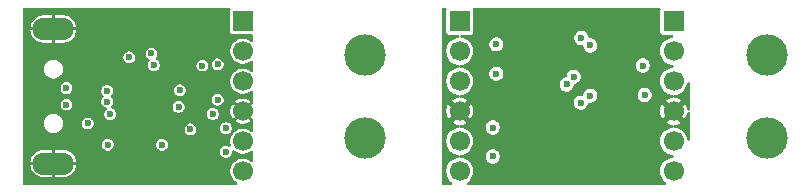
<source format=gbr>
%TF.GenerationSoftware,KiCad,Pcbnew,9.0.2-9.0.2-0~ubuntu24.04.1*%
%TF.CreationDate,2025-05-22T23:02:18+02:00*%
%TF.ProjectId,USB-UART,5553422d-5541-4525-942e-6b696361645f,rev?*%
%TF.SameCoordinates,Original*%
%TF.FileFunction,Copper,L2,Inr*%
%TF.FilePolarity,Positive*%
%FSLAX46Y46*%
G04 Gerber Fmt 4.6, Leading zero omitted, Abs format (unit mm)*
G04 Created by KiCad (PCBNEW 9.0.2-9.0.2-0~ubuntu24.04.1) date 2025-05-22 23:02:18*
%MOMM*%
%LPD*%
G01*
G04 APERTURE LIST*
%TA.AperFunction,ComponentPad*%
%ADD10R,1.700000X1.700000*%
%TD*%
%TA.AperFunction,ComponentPad*%
%ADD11C,1.700000*%
%TD*%
%TA.AperFunction,ComponentPad*%
%ADD12O,3.500000X1.900000*%
%TD*%
%TA.AperFunction,ViaPad*%
%ADD13C,0.600000*%
%TD*%
%TA.AperFunction,ViaPad*%
%ADD14C,3.500000*%
%TD*%
G04 APERTURE END LIST*
D10*
%TO.N,VPP*%
%TO.C,J3*%
X185115000Y-88650000D03*
D11*
%TO.N,/RXD_232*%
X185115000Y-91190000D03*
%TO.N,/TXD_232*%
X185115000Y-93730000D03*
%TO.N,GND*%
X185115000Y-96270000D03*
%TO.N,/CTS_232*%
X185115000Y-98810000D03*
%TO.N,/RTS_232*%
X185115000Y-101350000D03*
%TD*%
D10*
%TO.N,VPP*%
%TO.C,J4*%
X167000000Y-88650000D03*
D11*
%TO.N,/RXD*%
X167000000Y-91190000D03*
%TO.N,/TXD*%
X167000000Y-93730000D03*
%TO.N,GND*%
X167000000Y-96270000D03*
%TO.N,/CTS*%
X167000000Y-98810000D03*
%TO.N,/RTS*%
X167000000Y-101350000D03*
%TD*%
D12*
%TO.N,GND*%
%TO.C,J1*%
X132600000Y-100700000D03*
X132600000Y-89300000D03*
%TD*%
D10*
%TO.N,VPP*%
%TO.C,J2*%
X148625000Y-88650000D03*
D11*
%TO.N,/RXD*%
X148625000Y-91190000D03*
%TO.N,/TXD*%
X148625000Y-93730000D03*
%TO.N,GND*%
X148625000Y-96270000D03*
%TO.N,/CTS*%
X148625000Y-98810000D03*
%TO.N,/RTS*%
X148625000Y-101350000D03*
%TD*%
D13*
%TO.N,GND*%
X175000000Y-95000000D03*
%TO.N,VPP*%
X144200000Y-97800000D03*
%TO.N,GND*%
X168500000Y-95000000D03*
X168500000Y-97500000D03*
X168500000Y-100000000D03*
X168500000Y-90000000D03*
X168500000Y-92500000D03*
X183500000Y-90000000D03*
X183500000Y-92500000D03*
X183000000Y-96500000D03*
X183500000Y-100000000D03*
X172389914Y-96500000D03*
X170000000Y-96000000D03*
X180500000Y-96500000D03*
X180500000Y-90000000D03*
X179000000Y-89000000D03*
X174000000Y-89000000D03*
X176500000Y-89000000D03*
X179000000Y-101500000D03*
X176500000Y-101500000D03*
X174000000Y-101500000D03*
X172500000Y-99000000D03*
D14*
X159000000Y-98500000D03*
X159000000Y-91500000D03*
X193000000Y-98500000D03*
X193000000Y-91500000D03*
D13*
%TO.N,/TXD_232*%
X176050000Y-94000000D03*
%TO.N,/RXD_232*%
X176650000Y-93350000D03*
%TO.N,/TXD_232*%
X182650000Y-94900000D03*
%TO.N,/RXD_232*%
X182500000Y-92400000D03*
%TO.N,/RXD*%
X170100000Y-90600000D03*
X177300000Y-90075000D03*
%TO.N,/TXD*%
X178050000Y-90700000D03*
X170100000Y-93100000D03*
%TO.N,/CTS*%
X169800000Y-97650000D03*
X178050000Y-94950000D03*
%TO.N,/RTS*%
X177250000Y-95550000D03*
X169800000Y-100100000D03*
%TO.N,GND*%
X144900000Y-100000000D03*
X145800000Y-97600000D03*
X146500000Y-90100000D03*
X143700000Y-92300000D03*
%TO.N,/RTS*%
X147200000Y-99700000D03*
%TO.N,/CTS*%
X147200000Y-97700000D03*
%TO.N,GND*%
X146400000Y-93200000D03*
%TO.N,/RXD*%
X146500000Y-92300000D03*
%TO.N,VPP*%
X145200000Y-92400000D03*
%TO.N,/TXD*%
X146500000Y-95300000D03*
%TO.N,VPP*%
X146100000Y-96500000D03*
%TO.N,VCC*%
X141800000Y-99100000D03*
X137200000Y-99100000D03*
%TO.N,GND*%
X140000000Y-95000000D03*
X136500000Y-89000000D03*
X139600000Y-101000000D03*
X135200000Y-91500000D03*
X138000000Y-98200000D03*
X141500000Y-89000000D03*
X140000000Y-91500000D03*
X137200000Y-100100000D03*
%TO.N,+3V3*%
X137400000Y-96520000D03*
X141110000Y-92360000D03*
%TO.N,GND*%
X146100000Y-101900000D03*
%TO.N,VBUS*%
X135500000Y-97300000D03*
%TO.N,Net-(J1-D-)*%
X133700000Y-95700000D03*
%TO.N,Net-(J1-D+)*%
X133700000Y-94300000D03*
%TO.N,/RTS_FT*%
X143300000Y-94500000D03*
%TO.N,/CTS_FT*%
X139010000Y-91710000D03*
%TO.N,/USB_DM*%
X137150000Y-95450000D03*
%TO.N,/USB_DP*%
X137150000Y-94550000D03*
%TO.N,/TXD_FT*%
X143200000Y-95900000D03*
%TO.N,/RXD_FT*%
X140900000Y-91374999D03*
%TD*%
%TA.AperFunction,Conductor*%
%TO.N,GND*%
G36*
X147569366Y-87519685D02*
G01*
X147615121Y-87572489D01*
X147625065Y-87641647D01*
X147605428Y-87692892D01*
X147586132Y-87721768D01*
X147586131Y-87721770D01*
X147574500Y-87780247D01*
X147574500Y-89519752D01*
X147586131Y-89578229D01*
X147586132Y-89578230D01*
X147630447Y-89644552D01*
X147696769Y-89688867D01*
X147696770Y-89688868D01*
X147755247Y-89700499D01*
X147755250Y-89700500D01*
X149376000Y-89700500D01*
X149443039Y-89720185D01*
X149488794Y-89772989D01*
X149500000Y-89824500D01*
X149500000Y-90280368D01*
X149480315Y-90347407D01*
X149427511Y-90393162D01*
X149358353Y-90403106D01*
X149299789Y-90377305D01*
X149299721Y-90377408D01*
X149299139Y-90377019D01*
X149297343Y-90376228D01*
X149294659Y-90374025D01*
X149154489Y-90280368D01*
X149122598Y-90259059D01*
X148931420Y-90179870D01*
X148931412Y-90179868D01*
X148728469Y-90139500D01*
X148728465Y-90139500D01*
X148521535Y-90139500D01*
X148521530Y-90139500D01*
X148318587Y-90179868D01*
X148318579Y-90179870D01*
X148127403Y-90259058D01*
X147955342Y-90374024D01*
X147809024Y-90520342D01*
X147694058Y-90692403D01*
X147614870Y-90883579D01*
X147614868Y-90883587D01*
X147574500Y-91086530D01*
X147574500Y-91293469D01*
X147614868Y-91496412D01*
X147614870Y-91496420D01*
X147676045Y-91644110D01*
X147694059Y-91687598D01*
X147710393Y-91712044D01*
X147809024Y-91859657D01*
X147955342Y-92005975D01*
X147955345Y-92005977D01*
X148127402Y-92120941D01*
X148318580Y-92200130D01*
X148489400Y-92234108D01*
X148521530Y-92240499D01*
X148521534Y-92240500D01*
X148521535Y-92240500D01*
X148728466Y-92240500D01*
X148728467Y-92240499D01*
X148931420Y-92200130D01*
X149122598Y-92120941D01*
X149294655Y-92005977D01*
X149294658Y-92005974D01*
X149297335Y-92003778D01*
X149299011Y-92003065D01*
X149299721Y-92002592D01*
X149299810Y-92002726D01*
X149361645Y-91976465D01*
X149430513Y-91988256D01*
X149482073Y-92035408D01*
X149500000Y-92099631D01*
X149500000Y-92820368D01*
X149480315Y-92887407D01*
X149427511Y-92933162D01*
X149358353Y-92943106D01*
X149299789Y-92917305D01*
X149299721Y-92917408D01*
X149299139Y-92917019D01*
X149297343Y-92916228D01*
X149294659Y-92914025D01*
X149163505Y-92826392D01*
X149122598Y-92799059D01*
X149043733Y-92766392D01*
X148931420Y-92719870D01*
X148931412Y-92719868D01*
X148728469Y-92679500D01*
X148728465Y-92679500D01*
X148521535Y-92679500D01*
X148521530Y-92679500D01*
X148318587Y-92719868D01*
X148318579Y-92719870D01*
X148127403Y-92799058D01*
X147955342Y-92914024D01*
X147809024Y-93060342D01*
X147694058Y-93232403D01*
X147614870Y-93423579D01*
X147614868Y-93423587D01*
X147574500Y-93626530D01*
X147574500Y-93833469D01*
X147614868Y-94036412D01*
X147614870Y-94036420D01*
X147661709Y-94149500D01*
X147694059Y-94227598D01*
X147746988Y-94306812D01*
X147809024Y-94399657D01*
X147955342Y-94545975D01*
X147955345Y-94545977D01*
X148127402Y-94660941D01*
X148318580Y-94740130D01*
X148521530Y-94780499D01*
X148521534Y-94780500D01*
X148521535Y-94780500D01*
X148728466Y-94780500D01*
X148728467Y-94780499D01*
X148931420Y-94740130D01*
X149122598Y-94660941D01*
X149294655Y-94545977D01*
X149294658Y-94545974D01*
X149297335Y-94543778D01*
X149299011Y-94543065D01*
X149299721Y-94542592D01*
X149299810Y-94542726D01*
X149361645Y-94516465D01*
X149430513Y-94528256D01*
X149482073Y-94575408D01*
X149500000Y-94639631D01*
X149500000Y-95544196D01*
X149490942Y-95562291D01*
X149487294Y-95576366D01*
X149480972Y-95582207D01*
X149472471Y-95599191D01*
X149469398Y-95602376D01*
X149055728Y-96016045D01*
X149025099Y-95962993D01*
X148932007Y-95869901D01*
X148878953Y-95839270D01*
X149255235Y-95462987D01*
X149254101Y-95427527D01*
X149122368Y-95339505D01*
X149122358Y-95339500D01*
X148931274Y-95260350D01*
X148931266Y-95260348D01*
X148728420Y-95220000D01*
X148521579Y-95220000D01*
X148318733Y-95260348D01*
X148318725Y-95260350D01*
X148127636Y-95339502D01*
X148127635Y-95339502D01*
X147973961Y-95442183D01*
X147973961Y-95442185D01*
X148371046Y-95839270D01*
X148317993Y-95869901D01*
X148224901Y-95962993D01*
X148194270Y-96016046D01*
X147797185Y-95618961D01*
X147797183Y-95618961D01*
X147694502Y-95772635D01*
X147694502Y-95772636D01*
X147615350Y-95963725D01*
X147615348Y-95963733D01*
X147575000Y-96166579D01*
X147575000Y-96373420D01*
X147615348Y-96576266D01*
X147615350Y-96576274D01*
X147694500Y-96767358D01*
X147694505Y-96767368D01*
X147797185Y-96921037D01*
X148194270Y-96523952D01*
X148224901Y-96577007D01*
X148317993Y-96670099D01*
X148371046Y-96700729D01*
X147973961Y-97097814D01*
X148127640Y-97200499D01*
X148318725Y-97279649D01*
X148318733Y-97279651D01*
X148521579Y-97319999D01*
X148521583Y-97320000D01*
X148728417Y-97320000D01*
X148728420Y-97319999D01*
X148931266Y-97279651D01*
X148931274Y-97279649D01*
X149122359Y-97200499D01*
X149276038Y-97097814D01*
X148878953Y-96700729D01*
X148932007Y-96670099D01*
X149025099Y-96577007D01*
X149055729Y-96523953D01*
X149469398Y-96937622D01*
X149478972Y-96955156D01*
X149492591Y-96969778D01*
X149495375Y-96985196D01*
X149500000Y-96993665D01*
X149500000Y-97058173D01*
X149498119Y-97065548D01*
X149497899Y-97068636D01*
X149496287Y-97072735D01*
X149495459Y-97074735D01*
X149469822Y-97106560D01*
X149487857Y-97126638D01*
X149500000Y-97180155D01*
X149500000Y-97900368D01*
X149480315Y-97967407D01*
X149427511Y-98013162D01*
X149358353Y-98023106D01*
X149299789Y-97997305D01*
X149299721Y-97997408D01*
X149299139Y-97997019D01*
X149297343Y-97996228D01*
X149294659Y-97994025D01*
X149143742Y-97893187D01*
X149122598Y-97879059D01*
X149090810Y-97865892D01*
X148931420Y-97799870D01*
X148931412Y-97799868D01*
X148728469Y-97759500D01*
X148728465Y-97759500D01*
X148521535Y-97759500D01*
X148521530Y-97759500D01*
X148318587Y-97799868D01*
X148318579Y-97799870D01*
X148127403Y-97879058D01*
X147955342Y-97994024D01*
X147809410Y-98139956D01*
X147809405Y-98139962D01*
X147809023Y-98140345D01*
X147797862Y-98157048D01*
X147797674Y-98157327D01*
X147694058Y-98312403D01*
X147614870Y-98503579D01*
X147614868Y-98503587D01*
X147574500Y-98706530D01*
X147574500Y-98913469D01*
X147616058Y-99122395D01*
X147614031Y-99122798D01*
X147614569Y-99183248D01*
X147577318Y-99242360D01*
X147514023Y-99271948D01*
X147444779Y-99262620D01*
X147433286Y-99256759D01*
X147393189Y-99233609D01*
X147393186Y-99233608D01*
X147265892Y-99199500D01*
X147134108Y-99199500D01*
X147006812Y-99233608D01*
X146892686Y-99299500D01*
X146892683Y-99299502D01*
X146799502Y-99392683D01*
X146799500Y-99392686D01*
X146733608Y-99506812D01*
X146699500Y-99634108D01*
X146699500Y-99765891D01*
X146733608Y-99893187D01*
X146766554Y-99950250D01*
X146799500Y-100007314D01*
X146892686Y-100100500D01*
X147006814Y-100166392D01*
X147134108Y-100200500D01*
X147134110Y-100200500D01*
X147265890Y-100200500D01*
X147265892Y-100200500D01*
X147393186Y-100166392D01*
X147507314Y-100100500D01*
X147600500Y-100007314D01*
X147666392Y-99893186D01*
X147700500Y-99765892D01*
X147700500Y-99670495D01*
X147720185Y-99603456D01*
X147772989Y-99557701D01*
X147842147Y-99547757D01*
X147905703Y-99576782D01*
X147912181Y-99582814D01*
X147955342Y-99625975D01*
X147955345Y-99625977D01*
X148127402Y-99740941D01*
X148318580Y-99820130D01*
X148521530Y-99860499D01*
X148521534Y-99860500D01*
X148521535Y-99860500D01*
X148728466Y-99860500D01*
X148728467Y-99860499D01*
X148931420Y-99820130D01*
X149122598Y-99740941D01*
X149294655Y-99625977D01*
X149294658Y-99625974D01*
X149297335Y-99623778D01*
X149299011Y-99623065D01*
X149299721Y-99622592D01*
X149299810Y-99622726D01*
X149361645Y-99596465D01*
X149430513Y-99608256D01*
X149482073Y-99655408D01*
X149500000Y-99719631D01*
X149500000Y-100440368D01*
X149480315Y-100507407D01*
X149427511Y-100553162D01*
X149358353Y-100563106D01*
X149299789Y-100537305D01*
X149299721Y-100537408D01*
X149299139Y-100537019D01*
X149297343Y-100536228D01*
X149294659Y-100534025D01*
X149140029Y-100430706D01*
X149122598Y-100419059D01*
X148931420Y-100339870D01*
X148931412Y-100339868D01*
X148728469Y-100299500D01*
X148728465Y-100299500D01*
X148521535Y-100299500D01*
X148521530Y-100299500D01*
X148318587Y-100339868D01*
X148318579Y-100339870D01*
X148127403Y-100419058D01*
X147955342Y-100534024D01*
X147809024Y-100680342D01*
X147694058Y-100852403D01*
X147614870Y-101043579D01*
X147614868Y-101043587D01*
X147574500Y-101246530D01*
X147574500Y-101453469D01*
X147614868Y-101656412D01*
X147614870Y-101656420D01*
X147694058Y-101847596D01*
X147809024Y-102019657D01*
X147955342Y-102165975D01*
X147955345Y-102165977D01*
X148115364Y-102272898D01*
X148160170Y-102326509D01*
X148168877Y-102395834D01*
X148138723Y-102458862D01*
X148079280Y-102495582D01*
X148046474Y-102500000D01*
X130124500Y-102500000D01*
X130057461Y-102480315D01*
X130011706Y-102427511D01*
X130000500Y-102376000D01*
X130000500Y-100575000D01*
X130655463Y-100575000D01*
X131367619Y-100575000D01*
X131350000Y-100640756D01*
X131350000Y-100759244D01*
X131367619Y-100825000D01*
X130655463Y-100825000D01*
X130678317Y-100969293D01*
X130734251Y-101141444D01*
X130734252Y-101141447D01*
X130816434Y-101302734D01*
X130922823Y-101449169D01*
X131050830Y-101577176D01*
X131197265Y-101683565D01*
X131358552Y-101765747D01*
X131358555Y-101765748D01*
X131530706Y-101821682D01*
X131709494Y-101850000D01*
X132475000Y-101850000D01*
X132475000Y-101150000D01*
X132725000Y-101150000D01*
X132725000Y-101850000D01*
X133490506Y-101850000D01*
X133669293Y-101821682D01*
X133841444Y-101765748D01*
X133841447Y-101765747D01*
X134002734Y-101683565D01*
X134149169Y-101577176D01*
X134277176Y-101449169D01*
X134383565Y-101302734D01*
X134465747Y-101141447D01*
X134465748Y-101141444D01*
X134521682Y-100969293D01*
X134544537Y-100825000D01*
X133832381Y-100825000D01*
X133850000Y-100759244D01*
X133850000Y-100640756D01*
X133832381Y-100575000D01*
X134544537Y-100575000D01*
X134521682Y-100430706D01*
X134465748Y-100258555D01*
X134465747Y-100258552D01*
X134383565Y-100097265D01*
X134277176Y-99950830D01*
X134149169Y-99822823D01*
X134002734Y-99716434D01*
X133841447Y-99634252D01*
X133841444Y-99634251D01*
X133669293Y-99578317D01*
X133490506Y-99550000D01*
X132725000Y-99550000D01*
X132725000Y-100250000D01*
X132475000Y-100250000D01*
X132475000Y-99550000D01*
X131709494Y-99550000D01*
X131530706Y-99578317D01*
X131358555Y-99634251D01*
X131358552Y-99634252D01*
X131197265Y-99716434D01*
X131050830Y-99822823D01*
X130922823Y-99950830D01*
X130816434Y-100097265D01*
X130734252Y-100258552D01*
X130734251Y-100258555D01*
X130678317Y-100430706D01*
X130655463Y-100575000D01*
X130000500Y-100575000D01*
X130000500Y-99034108D01*
X136699500Y-99034108D01*
X136699500Y-99165892D01*
X136708505Y-99199500D01*
X136733608Y-99293187D01*
X136766554Y-99350250D01*
X136799500Y-99407314D01*
X136892686Y-99500500D01*
X137006814Y-99566392D01*
X137134108Y-99600500D01*
X137134110Y-99600500D01*
X137265890Y-99600500D01*
X137265892Y-99600500D01*
X137393186Y-99566392D01*
X137507314Y-99500500D01*
X137600500Y-99407314D01*
X137666392Y-99293186D01*
X137700500Y-99165892D01*
X137700500Y-99034108D01*
X141299500Y-99034108D01*
X141299500Y-99165892D01*
X141308505Y-99199500D01*
X141333608Y-99293187D01*
X141366554Y-99350250D01*
X141399500Y-99407314D01*
X141492686Y-99500500D01*
X141606814Y-99566392D01*
X141734108Y-99600500D01*
X141734110Y-99600500D01*
X141865890Y-99600500D01*
X141865892Y-99600500D01*
X141993186Y-99566392D01*
X142107314Y-99500500D01*
X142200500Y-99407314D01*
X142266392Y-99293186D01*
X142300500Y-99165892D01*
X142300500Y-99034108D01*
X142266392Y-98906814D01*
X142200500Y-98792686D01*
X142107314Y-98699500D01*
X142050250Y-98666554D01*
X141993187Y-98633608D01*
X141929539Y-98616554D01*
X141865892Y-98599500D01*
X141734108Y-98599500D01*
X141606812Y-98633608D01*
X141492686Y-98699500D01*
X141492683Y-98699502D01*
X141399502Y-98792683D01*
X141399500Y-98792686D01*
X141333608Y-98906812D01*
X141299500Y-99034108D01*
X137700500Y-99034108D01*
X137666392Y-98906814D01*
X137600500Y-98792686D01*
X137507314Y-98699500D01*
X137450250Y-98666554D01*
X137393187Y-98633608D01*
X137329539Y-98616554D01*
X137265892Y-98599500D01*
X137134108Y-98599500D01*
X137006812Y-98633608D01*
X136892686Y-98699500D01*
X136892683Y-98699502D01*
X136799502Y-98792683D01*
X136799500Y-98792686D01*
X136733608Y-98906812D01*
X136699500Y-99034108D01*
X130000500Y-99034108D01*
X130000500Y-97221153D01*
X131799500Y-97221153D01*
X131799500Y-97378846D01*
X131830261Y-97533489D01*
X131830264Y-97533501D01*
X131890602Y-97679172D01*
X131890609Y-97679185D01*
X131978210Y-97810288D01*
X131978213Y-97810292D01*
X132089707Y-97921786D01*
X132089711Y-97921789D01*
X132220814Y-98009390D01*
X132220827Y-98009397D01*
X132366498Y-98069735D01*
X132366503Y-98069737D01*
X132521143Y-98100497D01*
X132521153Y-98100499D01*
X132521156Y-98100500D01*
X132521158Y-98100500D01*
X132678844Y-98100500D01*
X132678845Y-98100499D01*
X132833497Y-98069737D01*
X132979179Y-98009394D01*
X133110289Y-97921789D01*
X133221789Y-97810289D01*
X133309394Y-97679179D01*
X133369737Y-97533497D01*
X133400500Y-97378842D01*
X133400500Y-97234108D01*
X134999500Y-97234108D01*
X134999500Y-97365892D01*
X135008505Y-97399500D01*
X135033608Y-97493187D01*
X135056884Y-97533501D01*
X135099500Y-97607314D01*
X135192686Y-97700500D01*
X135291521Y-97757563D01*
X135305944Y-97765890D01*
X135306814Y-97766392D01*
X135434108Y-97800500D01*
X135434110Y-97800500D01*
X135565890Y-97800500D01*
X135565892Y-97800500D01*
X135693186Y-97766392D01*
X135749103Y-97734108D01*
X143699500Y-97734108D01*
X143699500Y-97865891D01*
X143733608Y-97993187D01*
X143745141Y-98013162D01*
X143799500Y-98107314D01*
X143892686Y-98200500D01*
X144006814Y-98266392D01*
X144134108Y-98300500D01*
X144134110Y-98300500D01*
X144265890Y-98300500D01*
X144265892Y-98300500D01*
X144393186Y-98266392D01*
X144507314Y-98200500D01*
X144600500Y-98107314D01*
X144666392Y-97993186D01*
X144700500Y-97865892D01*
X144700500Y-97734108D01*
X144673705Y-97634108D01*
X146699500Y-97634108D01*
X146699500Y-97765891D01*
X146733608Y-97893187D01*
X146750120Y-97921786D01*
X146799500Y-98007314D01*
X146892686Y-98100500D01*
X147006814Y-98166392D01*
X147134108Y-98200500D01*
X147134110Y-98200500D01*
X147265890Y-98200500D01*
X147265892Y-98200500D01*
X147393186Y-98166392D01*
X147507314Y-98100500D01*
X147600500Y-98007314D01*
X147666392Y-97893186D01*
X147700500Y-97765892D01*
X147700500Y-97634108D01*
X147666392Y-97506814D01*
X147600500Y-97392686D01*
X147507314Y-97299500D01*
X147450250Y-97266554D01*
X147393187Y-97233608D01*
X147329539Y-97216554D01*
X147265892Y-97199500D01*
X147134108Y-97199500D01*
X147006812Y-97233608D01*
X146892686Y-97299500D01*
X146892683Y-97299502D01*
X146799502Y-97392683D01*
X146799500Y-97392686D01*
X146733608Y-97506812D01*
X146699500Y-97634108D01*
X144673705Y-97634108D01*
X144666392Y-97606814D01*
X144600500Y-97492686D01*
X144507314Y-97399500D01*
X144449100Y-97365890D01*
X144393187Y-97333608D01*
X144329539Y-97316554D01*
X144265892Y-97299500D01*
X144134108Y-97299500D01*
X144006812Y-97333608D01*
X143892686Y-97399500D01*
X143892683Y-97399502D01*
X143799502Y-97492683D01*
X143799500Y-97492686D01*
X143733608Y-97606812D01*
X143699500Y-97734108D01*
X135749103Y-97734108D01*
X135807314Y-97700500D01*
X135900500Y-97607314D01*
X135966392Y-97493186D01*
X136000500Y-97365892D01*
X136000500Y-97234108D01*
X135966392Y-97106814D01*
X135966245Y-97106560D01*
X135916558Y-97020500D01*
X135900500Y-96992686D01*
X135807314Y-96899500D01*
X135750250Y-96866554D01*
X135693187Y-96833608D01*
X135629539Y-96816554D01*
X135565892Y-96799500D01*
X135434108Y-96799500D01*
X135306812Y-96833608D01*
X135192686Y-96899500D01*
X135192683Y-96899502D01*
X135099502Y-96992683D01*
X135099500Y-96992686D01*
X135033608Y-97106812D01*
X135008773Y-97199500D01*
X134999500Y-97234108D01*
X133400500Y-97234108D01*
X133400500Y-97221158D01*
X133400500Y-97221155D01*
X133400499Y-97221153D01*
X133392344Y-97180155D01*
X133369737Y-97066503D01*
X133369735Y-97066498D01*
X133309397Y-96920827D01*
X133309390Y-96920814D01*
X133221789Y-96789711D01*
X133221786Y-96789707D01*
X133110292Y-96678213D01*
X133110288Y-96678210D01*
X132979185Y-96590609D01*
X132979172Y-96590602D01*
X132833501Y-96530264D01*
X132833489Y-96530261D01*
X132678845Y-96499500D01*
X132678842Y-96499500D01*
X132521158Y-96499500D01*
X132521155Y-96499500D01*
X132366510Y-96530261D01*
X132366498Y-96530264D01*
X132220827Y-96590602D01*
X132220814Y-96590609D01*
X132089711Y-96678210D01*
X132089707Y-96678213D01*
X131978213Y-96789707D01*
X131978210Y-96789711D01*
X131890609Y-96920814D01*
X131890602Y-96920827D01*
X131830264Y-97066498D01*
X131830261Y-97066510D01*
X131799500Y-97221153D01*
X130000500Y-97221153D01*
X130000500Y-95634108D01*
X133199500Y-95634108D01*
X133199500Y-95765891D01*
X133233608Y-95893187D01*
X133237003Y-95899067D01*
X133299500Y-96007314D01*
X133392686Y-96100500D01*
X133506814Y-96166392D01*
X133634108Y-96200500D01*
X133634110Y-96200500D01*
X133765890Y-96200500D01*
X133765892Y-96200500D01*
X133893186Y-96166392D01*
X134007314Y-96100500D01*
X134100500Y-96007314D01*
X134166392Y-95893186D01*
X134200500Y-95765892D01*
X134200500Y-95634108D01*
X134166392Y-95506814D01*
X134100500Y-95392686D01*
X134007314Y-95299500D01*
X133950250Y-95266554D01*
X133893187Y-95233608D01*
X133829539Y-95216554D01*
X133765892Y-95199500D01*
X133634108Y-95199500D01*
X133506812Y-95233608D01*
X133392686Y-95299500D01*
X133392683Y-95299502D01*
X133299502Y-95392683D01*
X133299500Y-95392686D01*
X133233608Y-95506812D01*
X133199500Y-95634108D01*
X130000500Y-95634108D01*
X130000500Y-94234108D01*
X133199500Y-94234108D01*
X133199500Y-94365891D01*
X133233608Y-94493187D01*
X133247048Y-94516465D01*
X133299500Y-94607314D01*
X133392686Y-94700500D01*
X133506814Y-94766392D01*
X133634108Y-94800500D01*
X133634110Y-94800500D01*
X133765890Y-94800500D01*
X133765892Y-94800500D01*
X133893186Y-94766392D01*
X134007314Y-94700500D01*
X134100500Y-94607314D01*
X134166392Y-94493186D01*
X134168824Y-94484108D01*
X136649500Y-94484108D01*
X136649500Y-94615891D01*
X136683608Y-94743187D01*
X136697005Y-94766391D01*
X136749500Y-94857314D01*
X136749502Y-94857316D01*
X136804505Y-94912319D01*
X136837990Y-94973642D01*
X136833006Y-95043334D01*
X136804505Y-95087681D01*
X136749502Y-95142683D01*
X136749500Y-95142686D01*
X136683608Y-95256812D01*
X136661452Y-95339502D01*
X136649500Y-95384108D01*
X136649500Y-95515892D01*
X136665704Y-95576366D01*
X136683608Y-95643187D01*
X136716554Y-95700250D01*
X136749500Y-95757314D01*
X136842686Y-95850500D01*
X136956814Y-95916392D01*
X137016704Y-95932439D01*
X137076363Y-95968802D01*
X137106893Y-96031649D01*
X137098599Y-96101024D01*
X137072292Y-96139894D01*
X136999500Y-96212686D01*
X136933608Y-96326812D01*
X136899500Y-96454108D01*
X136899500Y-96585891D01*
X136933608Y-96713187D01*
X136946736Y-96735925D01*
X136999500Y-96827314D01*
X137092686Y-96920500D01*
X137206814Y-96986392D01*
X137334108Y-97020500D01*
X137334110Y-97020500D01*
X137465890Y-97020500D01*
X137465892Y-97020500D01*
X137593186Y-96986392D01*
X137707314Y-96920500D01*
X137800500Y-96827314D01*
X137866392Y-96713186D01*
X137900500Y-96585892D01*
X137900500Y-96454108D01*
X137895141Y-96434108D01*
X145599500Y-96434108D01*
X145599500Y-96565892D01*
X145604859Y-96585891D01*
X145633608Y-96693187D01*
X145658283Y-96735925D01*
X145699500Y-96807314D01*
X145792686Y-96900500D01*
X145906814Y-96966392D01*
X146034108Y-97000500D01*
X146034110Y-97000500D01*
X146165890Y-97000500D01*
X146165892Y-97000500D01*
X146293186Y-96966392D01*
X146407314Y-96900500D01*
X146500500Y-96807314D01*
X146566392Y-96693186D01*
X146600500Y-96565892D01*
X146600500Y-96434108D01*
X146566392Y-96306814D01*
X146562745Y-96300497D01*
X146517709Y-96222492D01*
X146517708Y-96222490D01*
X146500503Y-96192692D01*
X146500500Y-96192686D01*
X146407314Y-96099500D01*
X146327827Y-96053608D01*
X146293187Y-96033608D01*
X146229539Y-96016554D01*
X146165892Y-95999500D01*
X146034108Y-95999500D01*
X145906812Y-96033608D01*
X145792686Y-96099500D01*
X145792683Y-96099502D01*
X145699502Y-96192683D01*
X145699500Y-96192686D01*
X145633608Y-96306812D01*
X145617644Y-96366392D01*
X145599500Y-96434108D01*
X137895141Y-96434108D01*
X137866392Y-96326814D01*
X137800500Y-96212686D01*
X137707314Y-96119500D01*
X137633714Y-96077007D01*
X137593187Y-96053608D01*
X137566098Y-96046349D01*
X137533295Y-96037560D01*
X137529054Y-96034975D01*
X137524094Y-96034708D01*
X137499514Y-96016969D01*
X137473635Y-96001196D01*
X137471464Y-95996728D01*
X137467436Y-95993821D01*
X137456348Y-95965609D01*
X137443106Y-95938349D01*
X137443695Y-95933416D01*
X137441879Y-95928794D01*
X137447802Y-95899067D01*
X137451401Y-95868974D01*
X137454828Y-95863813D01*
X137455534Y-95860271D01*
X137472602Y-95837049D01*
X137474556Y-95834108D01*
X142699500Y-95834108D01*
X142699500Y-95965892D01*
X142713186Y-96016969D01*
X142733608Y-96093187D01*
X142760575Y-96139894D01*
X142799500Y-96207314D01*
X142892686Y-96300500D01*
X142991521Y-96357563D01*
X143006810Y-96366390D01*
X143006814Y-96366392D01*
X143134108Y-96400500D01*
X143134110Y-96400500D01*
X143265890Y-96400500D01*
X143265892Y-96400500D01*
X143393186Y-96366392D01*
X143507314Y-96300500D01*
X143600500Y-96207314D01*
X143666392Y-96093186D01*
X143700500Y-95965892D01*
X143700500Y-95834108D01*
X143666392Y-95706814D01*
X143600500Y-95592686D01*
X143507314Y-95499500D01*
X143444072Y-95462987D01*
X143393187Y-95433608D01*
X143329539Y-95416554D01*
X143265892Y-95399500D01*
X143134108Y-95399500D01*
X143006812Y-95433608D01*
X142892686Y-95499500D01*
X142892683Y-95499502D01*
X142799502Y-95592683D01*
X142799500Y-95592686D01*
X142733608Y-95706812D01*
X142715971Y-95772635D01*
X142699500Y-95834108D01*
X137474556Y-95834108D01*
X137476188Y-95831651D01*
X137476890Y-95830923D01*
X137550500Y-95757314D01*
X137616392Y-95643186D01*
X137650500Y-95515892D01*
X137650500Y-95384108D01*
X137616392Y-95256814D01*
X137603283Y-95234108D01*
X145999500Y-95234108D01*
X145999500Y-95365892D01*
X146008505Y-95399500D01*
X146033608Y-95493187D01*
X146046717Y-95515892D01*
X146099500Y-95607314D01*
X146192686Y-95700500D01*
X146279801Y-95750796D01*
X146305944Y-95765890D01*
X146306814Y-95766392D01*
X146434108Y-95800500D01*
X146434110Y-95800500D01*
X146565890Y-95800500D01*
X146565892Y-95800500D01*
X146693186Y-95766392D01*
X146807314Y-95700500D01*
X146900500Y-95607314D01*
X146966392Y-95493186D01*
X147000500Y-95365892D01*
X147000500Y-95234108D01*
X146966392Y-95106814D01*
X146900500Y-94992686D01*
X146807314Y-94899500D01*
X146750250Y-94866554D01*
X146693187Y-94833608D01*
X146629539Y-94816554D01*
X146565892Y-94799500D01*
X146434108Y-94799500D01*
X146306812Y-94833608D01*
X146192686Y-94899500D01*
X146192683Y-94899502D01*
X146099502Y-94992683D01*
X146099500Y-94992686D01*
X146033608Y-95106812D01*
X146023997Y-95142683D01*
X145999500Y-95234108D01*
X137603283Y-95234108D01*
X137550500Y-95142686D01*
X137495495Y-95087681D01*
X137462010Y-95026358D01*
X137466994Y-94956666D01*
X137495495Y-94912319D01*
X137508314Y-94899500D01*
X137550500Y-94857314D01*
X137616392Y-94743186D01*
X137650500Y-94615892D01*
X137650500Y-94484108D01*
X137637103Y-94434108D01*
X142799500Y-94434108D01*
X142799500Y-94565892D01*
X142812897Y-94615890D01*
X142833608Y-94693187D01*
X142860711Y-94740129D01*
X142899500Y-94807314D01*
X142992686Y-94900500D01*
X143106814Y-94966392D01*
X143234108Y-95000500D01*
X143234110Y-95000500D01*
X143365890Y-95000500D01*
X143365892Y-95000500D01*
X143493186Y-94966392D01*
X143607314Y-94900500D01*
X143700500Y-94807314D01*
X143766392Y-94693186D01*
X143800500Y-94565892D01*
X143800500Y-94434108D01*
X143766392Y-94306814D01*
X143700500Y-94192686D01*
X143607314Y-94099500D01*
X143498057Y-94036420D01*
X143493187Y-94033608D01*
X143429539Y-94016554D01*
X143365892Y-93999500D01*
X143234108Y-93999500D01*
X143106812Y-94033608D01*
X142992686Y-94099500D01*
X142992683Y-94099502D01*
X142899502Y-94192683D01*
X142899500Y-94192686D01*
X142833608Y-94306812D01*
X142808731Y-94399657D01*
X142799500Y-94434108D01*
X137637103Y-94434108D01*
X137616392Y-94356814D01*
X137550500Y-94242686D01*
X137457314Y-94149500D01*
X137383380Y-94106814D01*
X137343187Y-94083608D01*
X137279539Y-94066554D01*
X137215892Y-94049500D01*
X137084108Y-94049500D01*
X136956812Y-94083608D01*
X136842686Y-94149500D01*
X136842683Y-94149502D01*
X136749502Y-94242683D01*
X136749500Y-94242686D01*
X136683608Y-94356812D01*
X136649500Y-94484108D01*
X134168824Y-94484108D01*
X134200500Y-94365892D01*
X134200500Y-94234108D01*
X134166392Y-94106814D01*
X134100500Y-93992686D01*
X134007314Y-93899500D01*
X133950250Y-93866554D01*
X133893187Y-93833608D01*
X133829539Y-93816554D01*
X133765892Y-93799500D01*
X133634108Y-93799500D01*
X133506812Y-93833608D01*
X133392686Y-93899500D01*
X133392683Y-93899502D01*
X133299502Y-93992683D01*
X133299500Y-93992686D01*
X133233608Y-94106812D01*
X133199500Y-94234108D01*
X130000500Y-94234108D01*
X130000500Y-92621153D01*
X131799500Y-92621153D01*
X131799500Y-92778846D01*
X131830261Y-92933489D01*
X131830264Y-92933501D01*
X131890602Y-93079172D01*
X131890609Y-93079185D01*
X131978210Y-93210288D01*
X131978213Y-93210292D01*
X132089707Y-93321786D01*
X132089711Y-93321789D01*
X132220814Y-93409390D01*
X132220827Y-93409397D01*
X132366498Y-93469735D01*
X132366503Y-93469737D01*
X132521153Y-93500499D01*
X132521156Y-93500500D01*
X132521158Y-93500500D01*
X132678844Y-93500500D01*
X132678845Y-93500499D01*
X132833497Y-93469737D01*
X132979179Y-93409394D01*
X133110289Y-93321789D01*
X133221789Y-93210289D01*
X133309394Y-93079179D01*
X133317197Y-93060342D01*
X133369735Y-92933501D01*
X133369737Y-92933497D01*
X133400500Y-92778842D01*
X133400500Y-92621158D01*
X133400500Y-92621155D01*
X133400499Y-92621153D01*
X133394936Y-92593186D01*
X133369737Y-92466503D01*
X133328063Y-92365892D01*
X133309397Y-92320827D01*
X133309390Y-92320814D01*
X133221789Y-92189711D01*
X133221786Y-92189707D01*
X133110292Y-92078213D01*
X133110288Y-92078210D01*
X132979185Y-91990609D01*
X132979172Y-91990602D01*
X132833501Y-91930264D01*
X132833489Y-91930261D01*
X132678845Y-91899500D01*
X132678842Y-91899500D01*
X132521158Y-91899500D01*
X132521155Y-91899500D01*
X132366510Y-91930261D01*
X132366498Y-91930264D01*
X132220827Y-91990602D01*
X132220814Y-91990609D01*
X132089711Y-92078210D01*
X132089707Y-92078213D01*
X131978213Y-92189707D01*
X131978210Y-92189711D01*
X131890609Y-92320814D01*
X131890602Y-92320827D01*
X131830264Y-92466498D01*
X131830261Y-92466510D01*
X131799500Y-92621153D01*
X130000500Y-92621153D01*
X130000500Y-91644108D01*
X138509500Y-91644108D01*
X138509500Y-91775891D01*
X138543608Y-91903187D01*
X138561172Y-91933608D01*
X138609500Y-92017314D01*
X138702686Y-92110500D01*
X138816814Y-92176392D01*
X138944108Y-92210500D01*
X138944110Y-92210500D01*
X139075890Y-92210500D01*
X139075892Y-92210500D01*
X139203186Y-92176392D01*
X139317314Y-92110500D01*
X139410500Y-92017314D01*
X139476392Y-91903186D01*
X139510500Y-91775892D01*
X139510500Y-91644108D01*
X139476392Y-91516814D01*
X139410500Y-91402686D01*
X139317314Y-91309500D01*
X139316633Y-91309107D01*
X140399500Y-91309107D01*
X140399500Y-91440890D01*
X140433608Y-91568186D01*
X140466554Y-91625249D01*
X140499500Y-91682313D01*
X140592686Y-91775499D01*
X140670235Y-91820272D01*
X140702523Y-91838914D01*
X140750738Y-91889482D01*
X140763960Y-91958089D01*
X140737992Y-92022953D01*
X140728205Y-92033980D01*
X140709503Y-92052682D01*
X140709500Y-92052686D01*
X140643608Y-92166812D01*
X140631902Y-92210500D01*
X140609500Y-92294108D01*
X140609500Y-92425892D01*
X140626554Y-92489539D01*
X140643608Y-92553187D01*
X140674858Y-92607313D01*
X140709500Y-92667314D01*
X140802686Y-92760500D01*
X140916814Y-92826392D01*
X141044108Y-92860500D01*
X141044110Y-92860500D01*
X141175890Y-92860500D01*
X141175892Y-92860500D01*
X141303186Y-92826392D01*
X141417314Y-92760500D01*
X141510500Y-92667314D01*
X141576392Y-92553186D01*
X141610500Y-92425892D01*
X141610500Y-92334108D01*
X144699500Y-92334108D01*
X144699500Y-92465892D01*
X144699664Y-92466503D01*
X144733608Y-92593187D01*
X144766554Y-92650250D01*
X144799500Y-92707314D01*
X144892686Y-92800500D01*
X145006814Y-92866392D01*
X145134108Y-92900500D01*
X145134110Y-92900500D01*
X145265890Y-92900500D01*
X145265892Y-92900500D01*
X145393186Y-92866392D01*
X145507314Y-92800500D01*
X145600500Y-92707314D01*
X145666392Y-92593186D01*
X145700500Y-92465892D01*
X145700500Y-92334108D01*
X145673705Y-92234108D01*
X145999500Y-92234108D01*
X145999500Y-92365891D01*
X146033608Y-92493187D01*
X146066554Y-92550250D01*
X146099500Y-92607314D01*
X146192686Y-92700500D01*
X146291521Y-92757563D01*
X146296603Y-92760497D01*
X146306814Y-92766392D01*
X146434108Y-92800500D01*
X146434110Y-92800500D01*
X146565890Y-92800500D01*
X146565892Y-92800500D01*
X146693186Y-92766392D01*
X146807314Y-92700500D01*
X146900500Y-92607314D01*
X146966392Y-92493186D01*
X147000500Y-92365892D01*
X147000500Y-92234108D01*
X146966392Y-92106814D01*
X146900500Y-91992686D01*
X146807314Y-91899500D01*
X146738032Y-91859500D01*
X146693187Y-91833608D01*
X146629539Y-91816554D01*
X146565892Y-91799500D01*
X146434108Y-91799500D01*
X146306812Y-91833608D01*
X146192686Y-91899500D01*
X146192683Y-91899502D01*
X146099502Y-91992683D01*
X146099500Y-91992686D01*
X146033608Y-92106812D01*
X145999500Y-92234108D01*
X145673705Y-92234108D01*
X145666392Y-92206814D01*
X145600500Y-92092686D01*
X145507314Y-91999500D01*
X145435588Y-91958089D01*
X145393187Y-91933608D01*
X145329539Y-91916554D01*
X145265892Y-91899500D01*
X145134108Y-91899500D01*
X145006812Y-91933608D01*
X144892686Y-91999500D01*
X144892683Y-91999502D01*
X144799502Y-92092683D01*
X144799500Y-92092686D01*
X144733608Y-92206812D01*
X144726294Y-92234110D01*
X144699500Y-92334108D01*
X141610500Y-92334108D01*
X141610500Y-92294108D01*
X141576392Y-92166814D01*
X141510500Y-92052686D01*
X141417314Y-91959500D01*
X141366671Y-91930261D01*
X141307476Y-91896084D01*
X141259261Y-91845516D01*
X141246039Y-91776909D01*
X141272007Y-91712044D01*
X141281790Y-91701022D01*
X141300500Y-91682313D01*
X141366392Y-91568185D01*
X141400500Y-91440891D01*
X141400500Y-91309107D01*
X141366392Y-91181813D01*
X141300500Y-91067685D01*
X141207314Y-90974499D01*
X141150250Y-90941553D01*
X141093187Y-90908607D01*
X140999779Y-90883579D01*
X140965892Y-90874499D01*
X140834108Y-90874499D01*
X140706812Y-90908607D01*
X140592686Y-90974499D01*
X140592683Y-90974501D01*
X140499502Y-91067682D01*
X140499500Y-91067685D01*
X140433608Y-91181811D01*
X140399500Y-91309107D01*
X139316633Y-91309107D01*
X139260250Y-91276554D01*
X139203187Y-91243608D01*
X139139539Y-91226554D01*
X139075892Y-91209500D01*
X138944108Y-91209500D01*
X138816812Y-91243608D01*
X138702686Y-91309500D01*
X138702683Y-91309502D01*
X138609502Y-91402683D01*
X138609500Y-91402686D01*
X138543608Y-91516812D01*
X138509500Y-91644108D01*
X130000500Y-91644108D01*
X130000500Y-89175000D01*
X130655463Y-89175000D01*
X131367619Y-89175000D01*
X131350000Y-89240756D01*
X131350000Y-89359244D01*
X131367619Y-89425000D01*
X130655463Y-89425000D01*
X130678317Y-89569293D01*
X130734251Y-89741444D01*
X130734252Y-89741447D01*
X130816434Y-89902734D01*
X130922823Y-90049169D01*
X131050830Y-90177176D01*
X131197265Y-90283565D01*
X131358552Y-90365747D01*
X131358555Y-90365748D01*
X131530706Y-90421682D01*
X131709494Y-90450000D01*
X132475000Y-90450000D01*
X132475000Y-89750000D01*
X132725000Y-89750000D01*
X132725000Y-90450000D01*
X133490506Y-90450000D01*
X133669293Y-90421682D01*
X133841444Y-90365748D01*
X133841447Y-90365747D01*
X134002734Y-90283565D01*
X134149169Y-90177176D01*
X134277176Y-90049169D01*
X134383565Y-89902734D01*
X134465747Y-89741447D01*
X134465748Y-89741444D01*
X134521682Y-89569293D01*
X134544537Y-89425000D01*
X133832381Y-89425000D01*
X133850000Y-89359244D01*
X133850000Y-89240756D01*
X133832381Y-89175000D01*
X134544537Y-89175000D01*
X134521682Y-89030706D01*
X134465748Y-88858555D01*
X134465747Y-88858552D01*
X134383565Y-88697265D01*
X134277176Y-88550830D01*
X134149169Y-88422823D01*
X134002734Y-88316434D01*
X133841447Y-88234252D01*
X133841444Y-88234251D01*
X133669293Y-88178317D01*
X133490506Y-88150000D01*
X132725000Y-88150000D01*
X132725000Y-88850000D01*
X132475000Y-88850000D01*
X132475000Y-88150000D01*
X131709494Y-88150000D01*
X131530706Y-88178317D01*
X131358555Y-88234251D01*
X131358552Y-88234252D01*
X131197265Y-88316434D01*
X131050830Y-88422823D01*
X130922823Y-88550830D01*
X130816434Y-88697265D01*
X130734252Y-88858552D01*
X130734251Y-88858555D01*
X130678317Y-89030706D01*
X130655463Y-89175000D01*
X130000500Y-89175000D01*
X130000500Y-87624000D01*
X130020185Y-87556961D01*
X130072989Y-87511206D01*
X130124500Y-87500000D01*
X147502327Y-87500000D01*
X147569366Y-87519685D01*
G37*
%TD.AperFunction*%
%TD*%
%TA.AperFunction,Conductor*%
%TO.N,GND*%
G36*
X165830712Y-87519685D02*
G01*
X165876467Y-87572489D01*
X165886411Y-87641647D01*
X165877107Y-87674087D01*
X165852415Y-87730006D01*
X165852415Y-87730008D01*
X165849500Y-87755131D01*
X165849500Y-89544856D01*
X165849502Y-89544882D01*
X165852413Y-89569987D01*
X165852415Y-89569991D01*
X165897793Y-89672764D01*
X165897794Y-89672765D01*
X165977235Y-89752206D01*
X166080009Y-89797585D01*
X166105135Y-89800500D01*
X166842873Y-89800499D01*
X166909910Y-89820183D01*
X166955665Y-89872987D01*
X166965609Y-89942146D01*
X166936584Y-90005702D01*
X166877806Y-90043476D01*
X166862270Y-90046972D01*
X166730589Y-90067829D01*
X166558363Y-90123787D01*
X166558360Y-90123788D01*
X166397002Y-90206006D01*
X166250505Y-90312441D01*
X166250500Y-90312445D01*
X166122445Y-90440500D01*
X166122441Y-90440505D01*
X166016006Y-90587002D01*
X165933788Y-90748360D01*
X165933787Y-90748363D01*
X165877829Y-90920589D01*
X165849500Y-91099448D01*
X165849500Y-91280551D01*
X165877829Y-91459410D01*
X165933787Y-91631636D01*
X165933788Y-91631639D01*
X166016006Y-91792997D01*
X166122441Y-91939494D01*
X166122445Y-91939499D01*
X166250500Y-92067554D01*
X166250505Y-92067558D01*
X166378287Y-92160396D01*
X166397006Y-92173996D01*
X166502484Y-92227740D01*
X166558360Y-92256211D01*
X166558363Y-92256212D01*
X166644476Y-92284191D01*
X166730591Y-92312171D01*
X166803639Y-92323740D01*
X166890678Y-92337527D01*
X166953813Y-92367456D01*
X166990744Y-92426768D01*
X166989746Y-92496631D01*
X166951136Y-92554863D01*
X166890678Y-92582473D01*
X166730589Y-92607829D01*
X166558363Y-92663787D01*
X166558360Y-92663788D01*
X166397002Y-92746006D01*
X166250505Y-92852441D01*
X166250500Y-92852445D01*
X166122445Y-92980500D01*
X166122441Y-92980505D01*
X166016006Y-93127002D01*
X165933788Y-93288360D01*
X165933787Y-93288363D01*
X165877829Y-93460589D01*
X165849500Y-93639448D01*
X165849500Y-93820551D01*
X165877829Y-93999410D01*
X165933787Y-94171636D01*
X165933788Y-94171639D01*
X166016006Y-94332997D01*
X166122441Y-94479494D01*
X166122445Y-94479499D01*
X166250500Y-94607554D01*
X166250505Y-94607558D01*
X166333985Y-94668209D01*
X166397006Y-94713996D01*
X166502484Y-94767740D01*
X166558360Y-94796211D01*
X166558363Y-94796212D01*
X166634486Y-94820945D01*
X166730591Y-94852171D01*
X166849113Y-94870943D01*
X166892279Y-94877780D01*
X166955414Y-94907709D01*
X166992345Y-94967021D01*
X166991347Y-95036883D01*
X166952737Y-95095116D01*
X166892279Y-95122726D01*
X166730706Y-95148317D01*
X166558555Y-95204251D01*
X166558547Y-95204254D01*
X166397269Y-95286432D01*
X166381466Y-95297912D01*
X166381466Y-95297913D01*
X166870591Y-95787037D01*
X166807007Y-95804075D01*
X166692993Y-95869901D01*
X166599901Y-95962993D01*
X166534075Y-96077007D01*
X166517037Y-96140590D01*
X166027913Y-95651466D01*
X166027912Y-95651466D01*
X166016432Y-95667269D01*
X165934254Y-95828547D01*
X165934251Y-95828555D01*
X165878317Y-96000706D01*
X165850000Y-96179493D01*
X165850000Y-96360506D01*
X165878317Y-96539293D01*
X165934251Y-96711444D01*
X165934252Y-96711447D01*
X166016431Y-96872730D01*
X166027913Y-96888532D01*
X166027913Y-96888533D01*
X166517037Y-96399409D01*
X166534075Y-96462993D01*
X166599901Y-96577007D01*
X166692993Y-96670099D01*
X166807007Y-96735925D01*
X166870590Y-96752962D01*
X166381466Y-97242085D01*
X166381466Y-97242086D01*
X166397267Y-97253566D01*
X166397275Y-97253571D01*
X166558552Y-97335747D01*
X166558555Y-97335748D01*
X166730706Y-97391682D01*
X166892279Y-97417273D01*
X166955413Y-97447202D01*
X166992345Y-97506513D01*
X166991347Y-97576376D01*
X166952738Y-97634609D01*
X166892280Y-97662219D01*
X166730589Y-97687829D01*
X166558363Y-97743787D01*
X166558360Y-97743788D01*
X166397002Y-97826006D01*
X166250505Y-97932441D01*
X166250500Y-97932445D01*
X166122445Y-98060500D01*
X166122441Y-98060505D01*
X166016006Y-98207002D01*
X165933788Y-98368360D01*
X165933787Y-98368363D01*
X165877829Y-98540589D01*
X165849500Y-98719448D01*
X165849500Y-98900551D01*
X165877829Y-99079410D01*
X165933787Y-99251636D01*
X165933788Y-99251639D01*
X166016006Y-99412997D01*
X166122441Y-99559494D01*
X166122445Y-99559499D01*
X166250500Y-99687554D01*
X166250505Y-99687558D01*
X166310698Y-99731290D01*
X166397006Y-99793996D01*
X166502484Y-99847740D01*
X166558360Y-99876211D01*
X166558363Y-99876212D01*
X166644476Y-99904191D01*
X166730591Y-99932171D01*
X166803639Y-99943740D01*
X166890678Y-99957527D01*
X166953813Y-99987456D01*
X166990744Y-100046768D01*
X166989746Y-100116631D01*
X166951136Y-100174863D01*
X166890678Y-100202473D01*
X166730589Y-100227829D01*
X166558363Y-100283787D01*
X166558360Y-100283788D01*
X166397002Y-100366006D01*
X166250505Y-100472441D01*
X166250500Y-100472445D01*
X166122445Y-100600500D01*
X166122441Y-100600505D01*
X166016006Y-100747002D01*
X165933788Y-100908360D01*
X165933787Y-100908363D01*
X165877829Y-101080589D01*
X165849500Y-101259448D01*
X165849500Y-101440551D01*
X165877829Y-101619410D01*
X165933787Y-101791636D01*
X165933788Y-101791639D01*
X166016006Y-101952997D01*
X166122441Y-102099494D01*
X166122445Y-102099499D01*
X166250500Y-102227554D01*
X166250505Y-102227558D01*
X166316742Y-102275682D01*
X166359408Y-102331011D01*
X166365387Y-102400625D01*
X166332782Y-102462420D01*
X166271943Y-102496777D01*
X166243857Y-102500000D01*
X165624000Y-102500000D01*
X165556961Y-102480315D01*
X165511206Y-102427511D01*
X165500000Y-102376000D01*
X165500000Y-87624000D01*
X165519685Y-87556961D01*
X165572489Y-87511206D01*
X165624000Y-87500000D01*
X165763673Y-87500000D01*
X165830712Y-87519685D01*
G37*
%TD.AperFunction*%
%TA.AperFunction,Conductor*%
G36*
X183945712Y-87519685D02*
G01*
X183991467Y-87572489D01*
X184001411Y-87641647D01*
X183992107Y-87674087D01*
X183967415Y-87730006D01*
X183967415Y-87730008D01*
X183964500Y-87755131D01*
X183964500Y-89544856D01*
X183964502Y-89544882D01*
X183967413Y-89569987D01*
X183967415Y-89569991D01*
X184012793Y-89672764D01*
X184012794Y-89672765D01*
X184092235Y-89752206D01*
X184195009Y-89797585D01*
X184220135Y-89800500D01*
X184957873Y-89800499D01*
X185024910Y-89820183D01*
X185070665Y-89872987D01*
X185080609Y-89942146D01*
X185051584Y-90005702D01*
X184992806Y-90043476D01*
X184977270Y-90046972D01*
X184845589Y-90067829D01*
X184673363Y-90123787D01*
X184673360Y-90123788D01*
X184512002Y-90206006D01*
X184365505Y-90312441D01*
X184365500Y-90312445D01*
X184237445Y-90440500D01*
X184237441Y-90440505D01*
X184131006Y-90587002D01*
X184048788Y-90748360D01*
X184048787Y-90748363D01*
X183992829Y-90920589D01*
X183964500Y-91099448D01*
X183964500Y-91280551D01*
X183992829Y-91459410D01*
X184048787Y-91631636D01*
X184048788Y-91631639D01*
X184131006Y-91792997D01*
X184237441Y-91939494D01*
X184237445Y-91939499D01*
X184365500Y-92067554D01*
X184365505Y-92067558D01*
X184493287Y-92160396D01*
X184512006Y-92173996D01*
X184617484Y-92227740D01*
X184673360Y-92256211D01*
X184673363Y-92256212D01*
X184759476Y-92284191D01*
X184845591Y-92312171D01*
X184918639Y-92323740D01*
X185005678Y-92337527D01*
X185068813Y-92367456D01*
X185105744Y-92426768D01*
X185104746Y-92496631D01*
X185066136Y-92554863D01*
X185005678Y-92582473D01*
X184845589Y-92607829D01*
X184673363Y-92663787D01*
X184673360Y-92663788D01*
X184512002Y-92746006D01*
X184365505Y-92852441D01*
X184365500Y-92852445D01*
X184237445Y-92980500D01*
X184237441Y-92980505D01*
X184131006Y-93127002D01*
X184048788Y-93288360D01*
X184048787Y-93288363D01*
X183992829Y-93460589D01*
X183964500Y-93639448D01*
X183964500Y-93820551D01*
X183992829Y-93999410D01*
X184048787Y-94171636D01*
X184048788Y-94171639D01*
X184131006Y-94332997D01*
X184237441Y-94479494D01*
X184237445Y-94479499D01*
X184365500Y-94607554D01*
X184365505Y-94607558D01*
X184448985Y-94668209D01*
X184512006Y-94713996D01*
X184617484Y-94767740D01*
X184673360Y-94796211D01*
X184673363Y-94796212D01*
X184749486Y-94820945D01*
X184845591Y-94852171D01*
X184964113Y-94870943D01*
X185007279Y-94877780D01*
X185070414Y-94907709D01*
X185107345Y-94967021D01*
X185106347Y-95036883D01*
X185067737Y-95095116D01*
X185007279Y-95122726D01*
X184845706Y-95148317D01*
X184673555Y-95204251D01*
X184673547Y-95204254D01*
X184512269Y-95286432D01*
X184496466Y-95297912D01*
X184496466Y-95297913D01*
X184985591Y-95787037D01*
X184922007Y-95804075D01*
X184807993Y-95869901D01*
X184714901Y-95962993D01*
X184649075Y-96077007D01*
X184632037Y-96140590D01*
X184142913Y-95651466D01*
X184142912Y-95651466D01*
X184131432Y-95667269D01*
X184049254Y-95828547D01*
X184049251Y-95828555D01*
X183993317Y-96000706D01*
X183965000Y-96179493D01*
X183965000Y-96360506D01*
X183993317Y-96539293D01*
X184049251Y-96711444D01*
X184049252Y-96711447D01*
X184131431Y-96872730D01*
X184142913Y-96888532D01*
X184142913Y-96888533D01*
X184632037Y-96399409D01*
X184649075Y-96462993D01*
X184714901Y-96577007D01*
X184807993Y-96670099D01*
X184922007Y-96735925D01*
X184985590Y-96752962D01*
X184496466Y-97242085D01*
X184496466Y-97242086D01*
X184512267Y-97253566D01*
X184512275Y-97253571D01*
X184673552Y-97335747D01*
X184673555Y-97335748D01*
X184845706Y-97391682D01*
X185007279Y-97417273D01*
X185070413Y-97447202D01*
X185107345Y-97506513D01*
X185106347Y-97576376D01*
X185067738Y-97634609D01*
X185007280Y-97662219D01*
X184845589Y-97687829D01*
X184673363Y-97743787D01*
X184673360Y-97743788D01*
X184512002Y-97826006D01*
X184365505Y-97932441D01*
X184365500Y-97932445D01*
X184237445Y-98060500D01*
X184237441Y-98060505D01*
X184131006Y-98207002D01*
X184048788Y-98368360D01*
X184048787Y-98368363D01*
X183992829Y-98540589D01*
X183964500Y-98719448D01*
X183964500Y-98900551D01*
X183992829Y-99079410D01*
X184048787Y-99251636D01*
X184048788Y-99251639D01*
X184131006Y-99412997D01*
X184237441Y-99559494D01*
X184237445Y-99559499D01*
X184365500Y-99687554D01*
X184365505Y-99687558D01*
X184425698Y-99731290D01*
X184512006Y-99793996D01*
X184617484Y-99847740D01*
X184673360Y-99876211D01*
X184673363Y-99876212D01*
X184759476Y-99904191D01*
X184845591Y-99932171D01*
X184918639Y-99943740D01*
X185005678Y-99957527D01*
X185068813Y-99987456D01*
X185105744Y-100046768D01*
X185104746Y-100116631D01*
X185066136Y-100174863D01*
X185005678Y-100202473D01*
X184845589Y-100227829D01*
X184673363Y-100283787D01*
X184673360Y-100283788D01*
X184512002Y-100366006D01*
X184365505Y-100472441D01*
X184365500Y-100472445D01*
X184237445Y-100600500D01*
X184237441Y-100600505D01*
X184131006Y-100747002D01*
X184048788Y-100908360D01*
X184048787Y-100908363D01*
X183992829Y-101080589D01*
X183964500Y-101259448D01*
X183964500Y-101440551D01*
X183992829Y-101619410D01*
X184048787Y-101791636D01*
X184048788Y-101791639D01*
X184131006Y-101952997D01*
X184237441Y-102099494D01*
X184237445Y-102099499D01*
X184365500Y-102227554D01*
X184365505Y-102227558D01*
X184431742Y-102275682D01*
X184474408Y-102331011D01*
X184480387Y-102400625D01*
X184447782Y-102462420D01*
X184386943Y-102496777D01*
X184358857Y-102500000D01*
X167756143Y-102500000D01*
X167689104Y-102480315D01*
X167643349Y-102427511D01*
X167633405Y-102358353D01*
X167662430Y-102294797D01*
X167683258Y-102275682D01*
X167749494Y-102227558D01*
X167749492Y-102227558D01*
X167749501Y-102227553D01*
X167877553Y-102099501D01*
X167983996Y-101952994D01*
X168066211Y-101791639D01*
X168122171Y-101619409D01*
X168138527Y-101516144D01*
X168150500Y-101440551D01*
X168150500Y-101259448D01*
X168134019Y-101155397D01*
X168122171Y-101080591D01*
X168066211Y-100908361D01*
X168066211Y-100908360D01*
X168037740Y-100852484D01*
X167983996Y-100747006D01*
X167950207Y-100700499D01*
X167877558Y-100600505D01*
X167877554Y-100600500D01*
X167749499Y-100472445D01*
X167749494Y-100472441D01*
X167602997Y-100366006D01*
X167602996Y-100366005D01*
X167602994Y-100366004D01*
X167535832Y-100331783D01*
X167441639Y-100283788D01*
X167441636Y-100283787D01*
X167269410Y-100227829D01*
X167109321Y-100202473D01*
X167046186Y-100172544D01*
X167009255Y-100113232D01*
X167010253Y-100043370D01*
X167025123Y-100020943D01*
X169199500Y-100020943D01*
X169199500Y-100179057D01*
X169227563Y-100283787D01*
X169240423Y-100331783D01*
X169240426Y-100331790D01*
X169319475Y-100468709D01*
X169319479Y-100468714D01*
X169319480Y-100468716D01*
X169431284Y-100580520D01*
X169431286Y-100580521D01*
X169431290Y-100580524D01*
X169465899Y-100600505D01*
X169568216Y-100659577D01*
X169720943Y-100700500D01*
X169720945Y-100700500D01*
X169879055Y-100700500D01*
X169879057Y-100700500D01*
X170031784Y-100659577D01*
X170168716Y-100580520D01*
X170280520Y-100468716D01*
X170359577Y-100331784D01*
X170400500Y-100179057D01*
X170400500Y-100020943D01*
X170359577Y-99868216D01*
X170359573Y-99868209D01*
X170280524Y-99731290D01*
X170280518Y-99731282D01*
X170168717Y-99619481D01*
X170168709Y-99619475D01*
X170031790Y-99540426D01*
X170031786Y-99540424D01*
X170031784Y-99540423D01*
X169879057Y-99499500D01*
X169720943Y-99499500D01*
X169568216Y-99540423D01*
X169568209Y-99540426D01*
X169431290Y-99619475D01*
X169431282Y-99619481D01*
X169319481Y-99731282D01*
X169319475Y-99731290D01*
X169240426Y-99868209D01*
X169240423Y-99868216D01*
X169199500Y-100020943D01*
X167025123Y-100020943D01*
X167048863Y-99985137D01*
X167109321Y-99957527D01*
X167179425Y-99946422D01*
X167269409Y-99932171D01*
X167358236Y-99903309D01*
X167384166Y-99894885D01*
X167384166Y-99894884D01*
X167441639Y-99876211D01*
X167602994Y-99793996D01*
X167749501Y-99687553D01*
X167877553Y-99559501D01*
X167983996Y-99412994D01*
X168066211Y-99251639D01*
X168122171Y-99079409D01*
X168138527Y-98976144D01*
X168150500Y-98900551D01*
X168150500Y-98719448D01*
X168134019Y-98615397D01*
X168122171Y-98540591D01*
X168066211Y-98368361D01*
X168066211Y-98368360D01*
X168006157Y-98250500D01*
X167983996Y-98207006D01*
X167928425Y-98130518D01*
X167877558Y-98060505D01*
X167877554Y-98060500D01*
X167749499Y-97932445D01*
X167749494Y-97932441D01*
X167602997Y-97826006D01*
X167602996Y-97826005D01*
X167602994Y-97826004D01*
X167551300Y-97799664D01*
X167441639Y-97743788D01*
X167441636Y-97743787D01*
X167269410Y-97687829D01*
X167253373Y-97685289D01*
X167253373Y-97685288D01*
X167107720Y-97662219D01*
X167044585Y-97632289D01*
X167007654Y-97572978D01*
X167007683Y-97570943D01*
X169199500Y-97570943D01*
X169199500Y-97729057D01*
X169225478Y-97826006D01*
X169240423Y-97881783D01*
X169240426Y-97881790D01*
X169319475Y-98018709D01*
X169319479Y-98018714D01*
X169319480Y-98018716D01*
X169431284Y-98130520D01*
X169431286Y-98130521D01*
X169431290Y-98130524D01*
X169563756Y-98207002D01*
X169568216Y-98209577D01*
X169720943Y-98250500D01*
X169720945Y-98250500D01*
X169879055Y-98250500D01*
X169879057Y-98250500D01*
X170031784Y-98209577D01*
X170168716Y-98130520D01*
X170280520Y-98018716D01*
X170359577Y-97881784D01*
X170400500Y-97729057D01*
X170400500Y-97570943D01*
X170359577Y-97418216D01*
X170311963Y-97335745D01*
X170280524Y-97281290D01*
X170280518Y-97281282D01*
X170168717Y-97169481D01*
X170168709Y-97169475D01*
X170031790Y-97090426D01*
X170031786Y-97090424D01*
X170031784Y-97090423D01*
X169879057Y-97049500D01*
X169720943Y-97049500D01*
X169568216Y-97090423D01*
X169568209Y-97090426D01*
X169431290Y-97169475D01*
X169431282Y-97169481D01*
X169319481Y-97281282D01*
X169319475Y-97281290D01*
X169240426Y-97418209D01*
X169240423Y-97418216D01*
X169199500Y-97570943D01*
X167007683Y-97570943D01*
X167008652Y-97503115D01*
X167047262Y-97444883D01*
X167107721Y-97417273D01*
X167269292Y-97391683D01*
X167441444Y-97335748D01*
X167441452Y-97335745D01*
X167602730Y-97253568D01*
X167618532Y-97242085D01*
X167618533Y-97242085D01*
X167129410Y-96752962D01*
X167192993Y-96735925D01*
X167307007Y-96670099D01*
X167400099Y-96577007D01*
X167465925Y-96462993D01*
X167482962Y-96399410D01*
X167972085Y-96888533D01*
X167972085Y-96888532D01*
X167983568Y-96872730D01*
X168065745Y-96711452D01*
X168065748Y-96711444D01*
X168121682Y-96539293D01*
X168150000Y-96360506D01*
X168150000Y-96179493D01*
X168121682Y-96000706D01*
X168065748Y-95828555D01*
X168065747Y-95828552D01*
X167983571Y-95667275D01*
X167983566Y-95667267D01*
X167972085Y-95651466D01*
X167482962Y-96140589D01*
X167465925Y-96077007D01*
X167400099Y-95962993D01*
X167307007Y-95869901D01*
X167192993Y-95804075D01*
X167129409Y-95787037D01*
X167445504Y-95470943D01*
X176649500Y-95470943D01*
X176649500Y-95629057D01*
X176687266Y-95770000D01*
X176690423Y-95781783D01*
X176690426Y-95781790D01*
X176769475Y-95918709D01*
X176769479Y-95918714D01*
X176769480Y-95918716D01*
X176881284Y-96030520D01*
X176881286Y-96030521D01*
X176881290Y-96030524D01*
X176980251Y-96087658D01*
X177018216Y-96109577D01*
X177170943Y-96150500D01*
X177170945Y-96150500D01*
X177329055Y-96150500D01*
X177329057Y-96150500D01*
X177481784Y-96109577D01*
X177618716Y-96030520D01*
X177730520Y-95918716D01*
X177809577Y-95781784D01*
X177846923Y-95642404D01*
X177883287Y-95582746D01*
X177946134Y-95552217D01*
X177966697Y-95550500D01*
X178129055Y-95550500D01*
X178129057Y-95550500D01*
X178281784Y-95509577D01*
X178418716Y-95430520D01*
X178530520Y-95318716D01*
X178609577Y-95181784D01*
X178650500Y-95029057D01*
X178650500Y-94870943D01*
X178637103Y-94820943D01*
X182049500Y-94820943D01*
X182049500Y-94979057D01*
X182079977Y-95092797D01*
X182090423Y-95131783D01*
X182090426Y-95131790D01*
X182169475Y-95268709D01*
X182169479Y-95268714D01*
X182169480Y-95268716D01*
X182281284Y-95380520D01*
X182281286Y-95380521D01*
X182281290Y-95380524D01*
X182367887Y-95430520D01*
X182418216Y-95459577D01*
X182570943Y-95500500D01*
X182570945Y-95500500D01*
X182729055Y-95500500D01*
X182729057Y-95500500D01*
X182881784Y-95459577D01*
X183018716Y-95380520D01*
X183130520Y-95268716D01*
X183209577Y-95131784D01*
X183250500Y-94979057D01*
X183250500Y-94820943D01*
X183209577Y-94668216D01*
X183209573Y-94668209D01*
X183130524Y-94531290D01*
X183130518Y-94531282D01*
X183018717Y-94419481D01*
X183018709Y-94419475D01*
X182881790Y-94340426D01*
X182881786Y-94340424D01*
X182881784Y-94340423D01*
X182729057Y-94299500D01*
X182570943Y-94299500D01*
X182418216Y-94340423D01*
X182418209Y-94340426D01*
X182281290Y-94419475D01*
X182281282Y-94419481D01*
X182169481Y-94531282D01*
X182169475Y-94531290D01*
X182090426Y-94668209D01*
X182090423Y-94668216D01*
X182049500Y-94820943D01*
X178637103Y-94820943D01*
X178609577Y-94718216D01*
X178580706Y-94668209D01*
X178530524Y-94581290D01*
X178530518Y-94581282D01*
X178418717Y-94469481D01*
X178418709Y-94469475D01*
X178281790Y-94390426D01*
X178281786Y-94390424D01*
X178281784Y-94390423D01*
X178129057Y-94349500D01*
X177970943Y-94349500D01*
X177818216Y-94390423D01*
X177818209Y-94390426D01*
X177681290Y-94469475D01*
X177681282Y-94469481D01*
X177569481Y-94581282D01*
X177569475Y-94581290D01*
X177490426Y-94718209D01*
X177490424Y-94718214D01*
X177490423Y-94718216D01*
X177453076Y-94857595D01*
X177416713Y-94917254D01*
X177353866Y-94947783D01*
X177333303Y-94949500D01*
X177170943Y-94949500D01*
X177018216Y-94990423D01*
X177018209Y-94990426D01*
X176881290Y-95069475D01*
X176881282Y-95069481D01*
X176769481Y-95181282D01*
X176769475Y-95181290D01*
X176690426Y-95318209D01*
X176690423Y-95318216D01*
X176649500Y-95470943D01*
X167445504Y-95470943D01*
X167541312Y-95375135D01*
X167618533Y-95297913D01*
X167602730Y-95286431D01*
X167441447Y-95204252D01*
X167441444Y-95204251D01*
X167269293Y-95148317D01*
X167107720Y-95122726D01*
X167044585Y-95092797D01*
X167007654Y-95033485D01*
X167008652Y-94963623D01*
X167047262Y-94905390D01*
X167107720Y-94877780D01*
X167122270Y-94875475D01*
X167269409Y-94852171D01*
X167441639Y-94796211D01*
X167602994Y-94713996D01*
X167749501Y-94607553D01*
X167877553Y-94479501D01*
X167983996Y-94332994D01*
X168066211Y-94171639D01*
X168122171Y-93999409D01*
X168134599Y-93920943D01*
X175449500Y-93920943D01*
X175449500Y-94079057D01*
X175474307Y-94171636D01*
X175490423Y-94231783D01*
X175490426Y-94231790D01*
X175569475Y-94368709D01*
X175569479Y-94368714D01*
X175569480Y-94368716D01*
X175681284Y-94480520D01*
X175681286Y-94480521D01*
X175681290Y-94480524D01*
X175769221Y-94531290D01*
X175818216Y-94559577D01*
X175970943Y-94600500D01*
X175970945Y-94600500D01*
X176129055Y-94600500D01*
X176129057Y-94600500D01*
X176281784Y-94559577D01*
X176418716Y-94480520D01*
X176530520Y-94368716D01*
X176609577Y-94231784D01*
X176650500Y-94079057D01*
X176650500Y-94066697D01*
X176670185Y-93999658D01*
X176722989Y-93953903D01*
X176742397Y-93946925D01*
X176881784Y-93909577D01*
X177018716Y-93830520D01*
X177130520Y-93718716D01*
X177209577Y-93581784D01*
X177250500Y-93429057D01*
X177250500Y-93270943D01*
X177209577Y-93118216D01*
X177153417Y-93020943D01*
X177130524Y-92981290D01*
X177130518Y-92981282D01*
X177018717Y-92869481D01*
X177018709Y-92869475D01*
X176881790Y-92790426D01*
X176881786Y-92790424D01*
X176881784Y-92790423D01*
X176729057Y-92749500D01*
X176570943Y-92749500D01*
X176418216Y-92790423D01*
X176418209Y-92790426D01*
X176281290Y-92869475D01*
X176281282Y-92869481D01*
X176169481Y-92981282D01*
X176169475Y-92981290D01*
X176090426Y-93118209D01*
X176090423Y-93118216D01*
X176049500Y-93270943D01*
X176049500Y-93283302D01*
X176029815Y-93350341D01*
X175977011Y-93396096D01*
X175957595Y-93403076D01*
X175926654Y-93411367D01*
X175818214Y-93440423D01*
X175818209Y-93440426D01*
X175681290Y-93519475D01*
X175681282Y-93519481D01*
X175569481Y-93631282D01*
X175569475Y-93631290D01*
X175490426Y-93768209D01*
X175490423Y-93768216D01*
X175449500Y-93920943D01*
X168134599Y-93920943D01*
X168138959Y-93893418D01*
X168150500Y-93820551D01*
X168150500Y-93639448D01*
X168131497Y-93519475D01*
X168122171Y-93460591D01*
X168080320Y-93331784D01*
X168066212Y-93288363D01*
X168066211Y-93288360D01*
X168010517Y-93179057D01*
X167983996Y-93127006D01*
X167977605Y-93118209D01*
X167953987Y-93085701D01*
X167906938Y-93020943D01*
X169499500Y-93020943D01*
X169499500Y-93179057D01*
X169528789Y-93288363D01*
X169540423Y-93331783D01*
X169540426Y-93331790D01*
X169619475Y-93468709D01*
X169619479Y-93468714D01*
X169619480Y-93468716D01*
X169731284Y-93580520D01*
X169731286Y-93580521D01*
X169731290Y-93580524D01*
X169864187Y-93657251D01*
X169868216Y-93659577D01*
X170020943Y-93700500D01*
X170020945Y-93700500D01*
X170179055Y-93700500D01*
X170179057Y-93700500D01*
X170331784Y-93659577D01*
X170468716Y-93580520D01*
X170580520Y-93468716D01*
X170659577Y-93331784D01*
X170700500Y-93179057D01*
X170700500Y-93020943D01*
X170659577Y-92868216D01*
X170650469Y-92852441D01*
X170580524Y-92731290D01*
X170580518Y-92731282D01*
X170468717Y-92619481D01*
X170468709Y-92619475D01*
X170331790Y-92540426D01*
X170331786Y-92540424D01*
X170331784Y-92540423D01*
X170179057Y-92499500D01*
X170020943Y-92499500D01*
X169868216Y-92540423D01*
X169868209Y-92540426D01*
X169731290Y-92619475D01*
X169731282Y-92619481D01*
X169619481Y-92731282D01*
X169619475Y-92731290D01*
X169540426Y-92868209D01*
X169540423Y-92868216D01*
X169499500Y-93020943D01*
X167906938Y-93020943D01*
X167877558Y-92980504D01*
X167749499Y-92852445D01*
X167749494Y-92852441D01*
X167602997Y-92746006D01*
X167602996Y-92746005D01*
X167602994Y-92746004D01*
X167551300Y-92719664D01*
X167441639Y-92663788D01*
X167441636Y-92663787D01*
X167269410Y-92607829D01*
X167109321Y-92582473D01*
X167046186Y-92552544D01*
X167009255Y-92493232D01*
X167010253Y-92423370D01*
X167048863Y-92365137D01*
X167109321Y-92337527D01*
X167179425Y-92326422D01*
X167214021Y-92320943D01*
X181899500Y-92320943D01*
X181899500Y-92479057D01*
X181937127Y-92619481D01*
X181940423Y-92631783D01*
X181940426Y-92631790D01*
X182019475Y-92768709D01*
X182019479Y-92768714D01*
X182019480Y-92768716D01*
X182131284Y-92880520D01*
X182131286Y-92880521D01*
X182131290Y-92880524D01*
X182268209Y-92959573D01*
X182268216Y-92959577D01*
X182420943Y-93000500D01*
X182420945Y-93000500D01*
X182579055Y-93000500D01*
X182579057Y-93000500D01*
X182731784Y-92959577D01*
X182868716Y-92880520D01*
X182980520Y-92768716D01*
X183059577Y-92631784D01*
X183100500Y-92479057D01*
X183100500Y-92320943D01*
X183059577Y-92168216D01*
X183001463Y-92067558D01*
X182980524Y-92031290D01*
X182980518Y-92031282D01*
X182868717Y-91919481D01*
X182868709Y-91919475D01*
X182731790Y-91840426D01*
X182731786Y-91840424D01*
X182731784Y-91840423D01*
X182579057Y-91799500D01*
X182420943Y-91799500D01*
X182268216Y-91840423D01*
X182268209Y-91840426D01*
X182131290Y-91919475D01*
X182131282Y-91919481D01*
X182019481Y-92031282D01*
X182019475Y-92031290D01*
X181940426Y-92168209D01*
X181940423Y-92168216D01*
X181899500Y-92320943D01*
X167214021Y-92320943D01*
X167269409Y-92312171D01*
X167441639Y-92256211D01*
X167547384Y-92202331D01*
X167547387Y-92202330D01*
X167602992Y-92173997D01*
X167602991Y-92173997D01*
X167602994Y-92173996D01*
X167749501Y-92067553D01*
X167877553Y-91939501D01*
X167983996Y-91792994D01*
X168066211Y-91631639D01*
X168122171Y-91459409D01*
X168147340Y-91300499D01*
X168150500Y-91280551D01*
X168150500Y-91099448D01*
X168129792Y-90968709D01*
X168122171Y-90920591D01*
X168066211Y-90748361D01*
X168066211Y-90748360D01*
X167983994Y-90587002D01*
X167983045Y-90585696D01*
X167983044Y-90585695D01*
X167935999Y-90520943D01*
X169499500Y-90520943D01*
X169499500Y-90679057D01*
X169526295Y-90779055D01*
X169540423Y-90831783D01*
X169540426Y-90831790D01*
X169619475Y-90968709D01*
X169619479Y-90968714D01*
X169619480Y-90968716D01*
X169731284Y-91080520D01*
X169731286Y-91080521D01*
X169731290Y-91080524D01*
X169812128Y-91127195D01*
X169868216Y-91159577D01*
X170020943Y-91200500D01*
X170020945Y-91200500D01*
X170179055Y-91200500D01*
X170179057Y-91200500D01*
X170331784Y-91159577D01*
X170468716Y-91080520D01*
X170580520Y-90968716D01*
X170659577Y-90831784D01*
X170700500Y-90679057D01*
X170700500Y-90520943D01*
X170659577Y-90368216D01*
X170638258Y-90331290D01*
X170580524Y-90231290D01*
X170580518Y-90231282D01*
X170468717Y-90119481D01*
X170468716Y-90119480D01*
X170426667Y-90095203D01*
X170426665Y-90095201D01*
X170331790Y-90040426D01*
X170331786Y-90040424D01*
X170331784Y-90040423D01*
X170179057Y-89999500D01*
X170020943Y-89999500D01*
X169868216Y-90040423D01*
X169868209Y-90040426D01*
X169731290Y-90119475D01*
X169731282Y-90119481D01*
X169619481Y-90231282D01*
X169619475Y-90231290D01*
X169540426Y-90368209D01*
X169540423Y-90368216D01*
X169499500Y-90520943D01*
X167935999Y-90520943D01*
X167877558Y-90440505D01*
X167877554Y-90440500D01*
X167749499Y-90312445D01*
X167749494Y-90312441D01*
X167602997Y-90206006D01*
X167602996Y-90206005D01*
X167602994Y-90206004D01*
X167551300Y-90179664D01*
X167441639Y-90123788D01*
X167441636Y-90123787D01*
X167269410Y-90067829D01*
X167137728Y-90046972D01*
X167074594Y-90017042D01*
X167061456Y-89995943D01*
X176699500Y-89995943D01*
X176699500Y-90154057D01*
X176720195Y-90231290D01*
X176740423Y-90306783D01*
X176740426Y-90306790D01*
X176819475Y-90443709D01*
X176819479Y-90443714D01*
X176819480Y-90443716D01*
X176931284Y-90555520D01*
X176931286Y-90555521D01*
X176931290Y-90555524D01*
X177044601Y-90620943D01*
X177068216Y-90634577D01*
X177220943Y-90675500D01*
X177220945Y-90675500D01*
X177327122Y-90675500D01*
X177394161Y-90695185D01*
X177439916Y-90747989D01*
X177446640Y-90771409D01*
X177447397Y-90771207D01*
X177449500Y-90779055D01*
X177449500Y-90779057D01*
X177487424Y-90920591D01*
X177490423Y-90931783D01*
X177490426Y-90931790D01*
X177569475Y-91068709D01*
X177569479Y-91068714D01*
X177569480Y-91068716D01*
X177681284Y-91180520D01*
X177681286Y-91180521D01*
X177681290Y-91180524D01*
X177812155Y-91256078D01*
X177818216Y-91259577D01*
X177970943Y-91300500D01*
X177970945Y-91300500D01*
X178129055Y-91300500D01*
X178129057Y-91300500D01*
X178281784Y-91259577D01*
X178418716Y-91180520D01*
X178530520Y-91068716D01*
X178609577Y-90931784D01*
X178650500Y-90779057D01*
X178650500Y-90620943D01*
X178609577Y-90468216D01*
X178551843Y-90368216D01*
X178530524Y-90331290D01*
X178530518Y-90331282D01*
X178418717Y-90219481D01*
X178418709Y-90219475D01*
X178281790Y-90140426D01*
X178281786Y-90140424D01*
X178281784Y-90140423D01*
X178129057Y-90099500D01*
X178022878Y-90099500D01*
X177955839Y-90079815D01*
X177910084Y-90027011D01*
X177903359Y-90003590D01*
X177902603Y-90003793D01*
X177871541Y-89887868D01*
X177859577Y-89843216D01*
X177834915Y-89800499D01*
X177780524Y-89706290D01*
X177780518Y-89706282D01*
X177668717Y-89594481D01*
X177668709Y-89594475D01*
X177531790Y-89515426D01*
X177531786Y-89515424D01*
X177531784Y-89515423D01*
X177379057Y-89474500D01*
X177220943Y-89474500D01*
X177068216Y-89515423D01*
X177068209Y-89515426D01*
X176931290Y-89594475D01*
X176931282Y-89594481D01*
X176819481Y-89706282D01*
X176819475Y-89706290D01*
X176740426Y-89843209D01*
X176740423Y-89843216D01*
X176699500Y-89995943D01*
X167061456Y-89995943D01*
X167037663Y-89957731D01*
X167038661Y-89887868D01*
X167077271Y-89829636D01*
X167141235Y-89801522D01*
X167157120Y-89800499D01*
X167894864Y-89800499D01*
X167894879Y-89800497D01*
X167894882Y-89800497D01*
X167919987Y-89797586D01*
X167919988Y-89797585D01*
X167919991Y-89797585D01*
X168022765Y-89752206D01*
X168102206Y-89672765D01*
X168147585Y-89569991D01*
X168150500Y-89544865D01*
X168150499Y-87755136D01*
X168150497Y-87755117D01*
X168147586Y-87730013D01*
X168147585Y-87730011D01*
X168147585Y-87730009D01*
X168122891Y-87674083D01*
X168113821Y-87604808D01*
X168143645Y-87541623D01*
X168202894Y-87504592D01*
X168236327Y-87500000D01*
X183878673Y-87500000D01*
X183945712Y-87519685D01*
G37*
%TD.AperFunction*%
%TA.AperFunction,Conductor*%
G36*
X186412630Y-96333875D02*
G01*
X186470863Y-96372485D01*
X186498977Y-96436448D01*
X186500000Y-96452341D01*
X186500000Y-98624457D01*
X186480315Y-98691496D01*
X186427511Y-98737251D01*
X186358353Y-98747195D01*
X186294797Y-98718170D01*
X186257023Y-98659392D01*
X186253527Y-98643855D01*
X186245513Y-98593263D01*
X186237171Y-98540591D01*
X186181211Y-98368361D01*
X186181211Y-98368360D01*
X186121157Y-98250500D01*
X186098996Y-98207006D01*
X186043425Y-98130518D01*
X185992558Y-98060505D01*
X185992554Y-98060500D01*
X185864499Y-97932445D01*
X185864494Y-97932441D01*
X185717997Y-97826006D01*
X185717996Y-97826005D01*
X185717994Y-97826004D01*
X185666300Y-97799664D01*
X185556639Y-97743788D01*
X185556636Y-97743787D01*
X185384410Y-97687828D01*
X185222720Y-97662219D01*
X185159585Y-97632289D01*
X185122654Y-97572978D01*
X185123652Y-97503115D01*
X185162262Y-97444883D01*
X185222721Y-97417273D01*
X185384292Y-97391683D01*
X185556444Y-97335748D01*
X185556452Y-97335745D01*
X185717730Y-97253568D01*
X185733532Y-97242085D01*
X185733533Y-97242085D01*
X185244410Y-96752962D01*
X185307993Y-96735925D01*
X185422007Y-96670099D01*
X185515099Y-96577007D01*
X185580925Y-96462993D01*
X185597962Y-96399410D01*
X186087085Y-96888533D01*
X186087085Y-96888532D01*
X186098568Y-96872730D01*
X186180745Y-96711452D01*
X186180748Y-96711444D01*
X186236682Y-96539293D01*
X186253527Y-96432943D01*
X186283456Y-96369809D01*
X186342767Y-96332877D01*
X186412630Y-96333875D01*
G37*
%TD.AperFunction*%
%TA.AperFunction,Conductor*%
G36*
X186412631Y-93797076D02*
G01*
X186470863Y-93835686D01*
X186498977Y-93899650D01*
X186500000Y-93915542D01*
X186500000Y-96087658D01*
X186480315Y-96154697D01*
X186427511Y-96200452D01*
X186358353Y-96210396D01*
X186294797Y-96181371D01*
X186257023Y-96122593D01*
X186253527Y-96107056D01*
X186236682Y-96000706D01*
X186180748Y-95828555D01*
X186180747Y-95828552D01*
X186098571Y-95667275D01*
X186098566Y-95667267D01*
X186087085Y-95651466D01*
X185597962Y-96140589D01*
X185580925Y-96077007D01*
X185515099Y-95962993D01*
X185422007Y-95869901D01*
X185307993Y-95804075D01*
X185244409Y-95787037D01*
X185733533Y-95297913D01*
X185717730Y-95286431D01*
X185556447Y-95204252D01*
X185556444Y-95204251D01*
X185384293Y-95148317D01*
X185222720Y-95122726D01*
X185159585Y-95092797D01*
X185122654Y-95033485D01*
X185123652Y-94963623D01*
X185162262Y-94905390D01*
X185222720Y-94877780D01*
X185237270Y-94875475D01*
X185384409Y-94852171D01*
X185556639Y-94796211D01*
X185717994Y-94713996D01*
X185864501Y-94607553D01*
X185992553Y-94479501D01*
X186098996Y-94332994D01*
X186181211Y-94171639D01*
X186237171Y-93999409D01*
X186251400Y-93909573D01*
X186253527Y-93896144D01*
X186283456Y-93833009D01*
X186342768Y-93796078D01*
X186412631Y-93797076D01*
G37*
%TD.AperFunction*%
%TD*%
M02*

</source>
